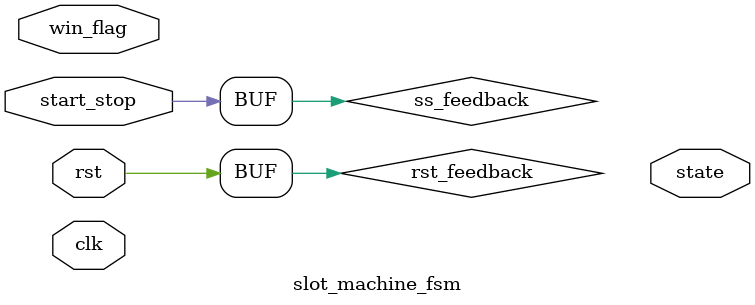
<source format=sv>
module slot_machine_fsm(
	input clk,
	input rst,
	input start_stop,
	input win_flag,
	output [1:0] state
);

	typedef enum logic [1:0] {
		SET = 2'b00,
		RUN = 2'b01,
		STOP = 2'b10,
		WIN = 2'b11
	} fsm_state_t;
	
	localparam SEED = 2'b11; //Seed value for the shift register
	logic [1:0] ss_shift_reg; //holds value for shift register
	logic [1:0] rst_shift_reg;
	logic ss_feedback;
	logic rst_feedback;
	
	fsm_state_t current_state = SET;
	fsm_state_t next_state = SET;
	
	always_ff @(posedge clk) begin
		ss_shift_reg <= {ss_feedback, ss_shift_reg[1]};
		rst_shift_reg <= {rst_feedback, rst_shift_reg[1]};
		
		if (rst_shift_reg == 2'b01)
			current_state <= SET;
		else 
			current_state <= next_state;
	end
	
	always_comb begin 
		
		ss_feedback = start_stop;
		rst_feedback = rst;
		
		case (current_state)
			SET: begin
				if (ss_shift_reg == 2'b01)
					next_state = RUN;
			end
			RUN: begin
				if (ss_shift_reg == 2'b01)
					next_state = STOP;
			end
			STOP: begin
				if (win_flag)
					next_state = WIN;
			end
			WIN: begin 
				if (rst_shift_reg == 2'b01)
					next_state = SET;
			end
			default: begin
					next_state = SET;
			end
		endcase
	end
		
endmodule








</source>
